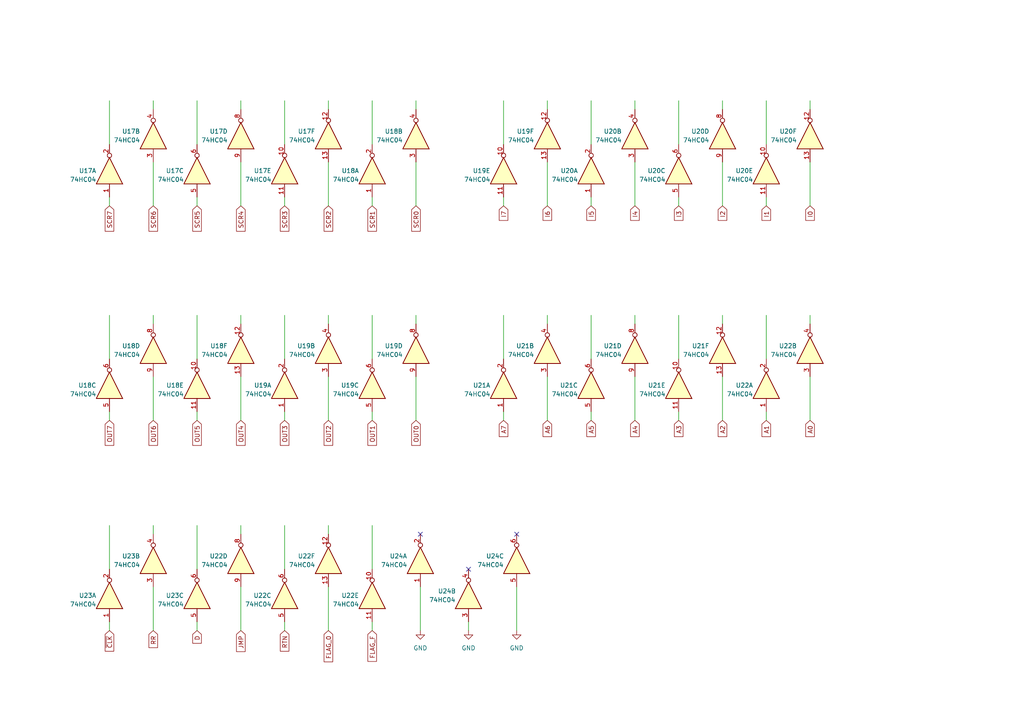
<source format=kicad_sch>
(kicad_sch (version 20230121) (generator eeschema)
  (paper "A4")
  (title_block (title "Uno 14500") (date "2024-02-13") (rev "0.1") (company "By JNP-3R"))
  (lib_symbols
    (symbol "74xx:74HC04"
      (property "Reference" "U" (at 0 1.27 0))
      (property "Value" "74HC04" (at 0 -1.27 0))
      (symbol "74HC04_1_0"
        (polyline (pts (xy -3.81 3.81) (xy -3.81 -3.81) (xy 3.81 0) (xy -3.81 3.81)) (stroke (width 0.254)) (fill (type background)))
        (pin input line (at -7.62 0 0) (length 3.81) (name "~") (number "1"))
        (pin output inverted (at 7.62 0 180) (length 3.81) (name "~") (number "2"))
      )
      (symbol "74HC04_2_0"
        (polyline (pts (xy -3.81 3.81) (xy -3.81 -3.81) (xy 3.81 0) (xy -3.81 3.81)) (stroke (width 0.254)) (fill (type background)))
        (pin input line (at -7.62 0 0) (length 3.81) (name "~") (number "3"))
        (pin output inverted (at 7.62 0 180) (length 3.81) (name "~") (number "4"))
      )
      (symbol "74HC04_3_0"
        (polyline (pts (xy -3.81 3.81) (xy -3.81 -3.81) (xy 3.81 0) (xy -3.81 3.81)) (stroke (width 0.254)) (fill (type background)))
        (pin input line (at -7.62 0 0) (length 3.81) (name "~") (number "5"))
        (pin output inverted (at 7.62 0 180) (length 3.81) (name "~") (number "6"))
      )
      (symbol "74HC04_4_0"
        (polyline (pts (xy -3.81 3.81) (xy -3.81 -3.81) (xy 3.81 0) (xy -3.81 3.81)) (stroke (width 0.254)) (fill (type background)))
        (pin output inverted (at 7.62 0 180) (length 3.81) (name "~") (number "8"))
        (pin input line (at -7.62 0 0) (length 3.81) (name "~") (number "9"))
      )
      (symbol "74HC04_5_0"
        (polyline (pts (xy -3.81 3.81) (xy -3.81 -3.81) (xy 3.81 0) (xy -3.81 3.81)) (stroke (width 0.254)) (fill (type background)))
        (pin output inverted (at 7.62 0 180) (length 3.81) (name "~") (number "10"))
        (pin input line (at -7.62 0 0) (length 3.81) (name "~") (number "11"))
      )
      (symbol "74HC04_6_0"
        (polyline (pts (xy -3.81 3.81) (xy -3.81 -3.81) (xy 3.81 0) (xy -3.81 3.81)) (stroke (width 0.254)) (fill (type background)))
        (pin output inverted (at 7.62 0 180) (length 3.81) (name "~") (number "12"))
        (pin input line (at -7.62 0 0) (length 3.81) (name "~") (number "13"))
      )
      (symbol "74HC04_7_0"
        (pin power_in line (at 0 12.7 270) (length 5.08) (name "VCC") (number "14"))
        (pin power_in line (at 0 -12.7 90) (length 5.08) (name "GND") (number "7"))
      )
      (symbol "74HC04_7_1"
        (rectangle (start -5.08 7.62) (end 5.08 -7.62) (stroke (width 0.254)) (fill (type background)))
      )
    )
    (symbol "power:GND" (power) (pin_names (offset 0))
      (property "Value" "GND" (at 0 -3.81 0))
      (symbol "GND_0_1"
        (polyline (pts (xy 0 0) (xy 0 -1.27) (xy 1.27 -1.27) (xy 0 -2.54) (xy -1.27 -1.27) (xy 0 -1.27)))
      )
      (symbol "GND_1_1"
        (pin power_in line (at 0 0 270) (length 0) hide (name "GND") (number "1"))
      )
    )
  )
  (no_connect (at 121.92 154.94))
  (no_connect (at 135.89 165.1))
  (no_connect (at 149.86 154.94))
  (wire (pts (xy 196.85 119.38) (xy 196.85 121.92)))
  (wire (pts (xy 120.65 109.22) (xy 120.65 121.92)))
  (wire (pts (xy 44.45 29.21) (xy 44.45 31.75)))
  (wire (pts (xy 44.45 152.4) (xy 44.45 154.94)))
  (wire (pts (xy 82.55 91.44) (xy 82.55 104.14)))
  (wire (pts (xy 82.55 180.34) (xy 82.55 182.88)))
  (wire (pts (xy 120.65 46.99) (xy 120.65 59.69)))
  (wire (pts (xy 44.45 91.44) (xy 44.45 93.98)))
  (wire (pts (xy 146.05 57.15) (xy 146.05 59.69)))
  (wire (pts (xy 184.15 29.21) (xy 184.15 31.75)))
  (wire (pts (xy 171.45 119.38) (xy 171.45 121.92)))
  (wire (pts (xy 222.25 119.38) (xy 222.25 121.92)))
  (wire (pts (xy 57.15 119.38) (xy 57.15 121.92)))
  (wire (pts (xy 234.95 91.44) (xy 234.95 93.98)))
  (wire (pts (xy 95.25 109.22) (xy 95.25 121.92)))
  (wire (pts (xy 120.65 29.21) (xy 120.65 31.75)))
  (wire (pts (xy 69.85 46.99) (xy 69.85 59.69)))
  (wire (pts (xy 196.85 91.44) (xy 196.85 104.14)))
  (wire (pts (xy 82.55 57.15) (xy 82.55 59.69)))
  (wire (pts (xy 82.55 119.38) (xy 82.55 121.92)))
  (wire (pts (xy 107.95 152.4) (xy 107.95 165.1)))
  (wire (pts (xy 107.95 91.44) (xy 107.95 104.14)))
  (wire (pts (xy 69.85 91.44) (xy 69.85 93.98)))
  (wire (pts (xy 149.86 170.18) (xy 149.86 182.88)))
  (wire (pts (xy 209.55 91.44) (xy 209.55 93.98)))
  (wire (pts (xy 184.15 91.44) (xy 184.15 93.98)))
  (wire (pts (xy 234.95 29.21) (xy 234.95 31.75)))
  (wire (pts (xy 82.55 152.4) (xy 82.55 165.1)))
  (wire (pts (xy 107.95 180.34) (xy 107.95 182.88)))
  (wire (pts (xy 158.75 29.21) (xy 158.75 31.75)))
  (wire (pts (xy 31.75 119.38) (xy 31.75 121.92)))
  (wire (pts (xy 196.85 29.21) (xy 196.85 41.91)))
  (wire (pts (xy 121.92 170.18) (xy 121.92 182.88)))
  (wire (pts (xy 184.15 109.22) (xy 184.15 121.92)))
  (wire (pts (xy 31.75 91.44) (xy 31.75 104.14)))
  (wire (pts (xy 158.75 91.44) (xy 158.75 93.98)))
  (wire (pts (xy 107.95 29.21) (xy 107.95 41.91)))
  (wire (pts (xy 57.15 152.4) (xy 57.15 165.1)))
  (wire (pts (xy 146.05 91.44) (xy 146.05 104.14)))
  (wire (pts (xy 171.45 29.21) (xy 171.45 41.91)))
  (wire (pts (xy 120.65 91.44) (xy 120.65 93.98)))
  (wire (pts (xy 234.95 46.99) (xy 234.95 59.69)))
  (wire (pts (xy 57.15 91.44) (xy 57.15 104.14)))
  (wire (pts (xy 171.45 91.44) (xy 171.45 104.14)))
  (wire (pts (xy 31.75 57.15) (xy 31.75 59.69)))
  (wire (pts (xy 95.25 152.4) (xy 95.25 154.94)))
  (wire (pts (xy 69.85 29.21) (xy 69.85 31.75)))
  (wire (pts (xy 95.25 170.18) (xy 95.25 182.88)))
  (wire (pts (xy 95.25 46.99) (xy 95.25 59.69)))
  (wire (pts (xy 44.45 109.22) (xy 44.45 121.92)))
  (wire (pts (xy 44.45 170.18) (xy 44.45 182.88)))
  (wire (pts (xy 222.25 29.21) (xy 222.25 41.91)))
  (wire (pts (xy 234.95 109.22) (xy 234.95 121.92)))
  (wire (pts (xy 184.15 46.99) (xy 184.15 59.69)))
  (wire (pts (xy 69.85 152.4) (xy 69.85 154.94)))
  (wire (pts (xy 69.85 170.18) (xy 69.85 182.88)))
  (wire (pts (xy 31.75 180.34) (xy 31.75 182.88)))
  (wire (pts (xy 196.85 57.15) (xy 196.85 59.69)))
  (wire (pts (xy 95.25 91.44) (xy 95.25 93.98)))
  (wire (pts (xy 171.45 57.15) (xy 171.45 59.69)))
  (wire (pts (xy 44.45 46.99) (xy 44.45 59.69)))
  (wire (pts (xy 107.95 119.38) (xy 107.95 121.92)))
  (wire (pts (xy 146.05 119.38) (xy 146.05 121.92)))
  (wire (pts (xy 135.89 180.34) (xy 135.89 182.88)))
  (wire (pts (xy 31.75 152.4) (xy 31.75 165.1)))
  (wire (pts (xy 82.55 29.21) (xy 82.55 41.91)))
  (wire (pts (xy 222.25 57.15) (xy 222.25 59.69)))
  (wire (pts (xy 107.95 57.15) (xy 107.95 59.69)))
  (wire (pts (xy 158.75 109.22) (xy 158.75 121.92)))
  (wire (pts (xy 209.55 109.22) (xy 209.55 121.92)))
  (wire (pts (xy 146.05 29.21) (xy 146.05 41.91)))
  (wire (pts (xy 209.55 46.99) (xy 209.55 59.69)))
  (wire (pts (xy 95.25 29.21) (xy 95.25 31.75)))
  (wire (pts (xy 57.15 57.15) (xy 57.15 59.69)))
  (wire (pts (xy 57.15 29.21) (xy 57.15 41.91)))
  (wire (pts (xy 209.55 29.21) (xy 209.55 31.75)))
  (wire (pts (xy 69.85 109.22) (xy 69.85 121.92)))
  (wire (pts (xy 31.75 29.21) (xy 31.75 41.91)))
  (wire (pts (xy 158.75 46.99) (xy 158.75 59.69)))
  (wire (pts (xy 222.25 91.44) (xy 222.25 104.14)))
  (wire (pts (xy 57.15 180.34) (xy 57.15 182.88)))
  (global_label "I6" (shape input) (at 158.75 59.69 270) (property "Intersheetrefs" "${INTERSHEET_REFS}" (effects hide)))
  (global_label "I3" (shape input) (at 196.85 59.69 270) (property "Intersheetrefs" "${INTERSHEET_REFS}" (effects hide)))
  (global_label "A5" (shape input) (at 171.45 121.92 270) (property "Intersheetrefs" "${INTERSHEET_REFS}" (effects hide)))
  (global_label "A0" (shape input) (at 234.95 121.92 270) (property "Intersheetrefs" "${INTERSHEET_REFS}" (effects hide)))
  (global_label "A7" (shape input) (at 146.05 121.92 270) (property "Intersheetrefs" "${INTERSHEET_REFS}" (effects hide)))
  (global_label "D" (shape input) (at 57.15 182.88 270) (property "Intersheetrefs" "${INTERSHEET_REFS}" (effects hide)))
  (global_label "I5" (shape input) (at 171.45 59.69 270) (property "Intersheetrefs" "${INTERSHEET_REFS}" (effects hide)))
  (global_label "A3" (shape input) (at 196.85 121.92 270) (property "Intersheetrefs" "${INTERSHEET_REFS}" (effects hide)))
  (global_label "SCR7" (shape input) (at 31.75 59.69 270) (property "Intersheetrefs" "${INTERSHEET_REFS}" (effects hide)))
  (global_label "RTN" (shape input) (at 82.55 182.88 270) (property "Intersheetrefs" "${INTERSHEET_REFS}" (effects hide)))
  (global_label "SCR0" (shape input) (at 120.65 59.69 270) (property "Intersheetrefs" "${INTERSHEET_REFS}" (effects hide)))
  (global_label "JMP" (shape input) (at 69.85 182.88 270) (property "Intersheetrefs" "${INTERSHEET_REFS}" (effects hide)))
  (global_label "FLAG_F" (shape input) (at 107.95 182.88 270) (property "Intersheetrefs" "${INTERSHEET_REFS}" (effects hide)))
  (global_label "I0" (shape input) (at 234.95 59.69 270) (property "Intersheetrefs" "${INTERSHEET_REFS}" (effects hide)))
  (global_label "OUT2" (shape input) (at 95.25 121.92 270) (property "Intersheetrefs" "${INTERSHEET_REFS}" (effects hide)))
  (global_label "SCR4" (shape input) (at 69.85 59.69 270) (property "Intersheetrefs" "${INTERSHEET_REFS}" (effects hide)))
  (global_label "A4" (shape input) (at 184.15 121.92 270) (property "Intersheetrefs" "${INTERSHEET_REFS}" (effects hide)))
  (global_label "~{CLK}" (shape input) (at 31.75 182.88 270) (property "Intersheetrefs" "${INTERSHEET_REFS}" (effects hide)))
  (global_label "OUT1" (shape input) (at 107.95 121.92 270) (property "Intersheetrefs" "${INTERSHEET_REFS}" (effects hide)))
  (global_label "OUT5" (shape input) (at 57.15 121.92 270) (property "Intersheetrefs" "${INTERSHEET_REFS}" (effects hide)))
  (global_label "A1" (shape input) (at 222.25 121.92 270) (property "Intersheetrefs" "${INTERSHEET_REFS}" (effects hide)))
  (global_label "OUT3" (shape input) (at 82.55 121.92 270) (property "Intersheetrefs" "${INTERSHEET_REFS}" (effects hide)))
  (global_label "A6" (shape input) (at 158.75 121.92 270) (property "Intersheetrefs" "${INTERSHEET_REFS}" (effects hide)))
  (global_label "RR" (shape input) (at 44.45 182.88 270) (property "Intersheetrefs" "${INTERSHEET_REFS}" (effects hide)))
  (global_label "OUT7" (shape input) (at 31.75 121.92 270) (property "Intersheetrefs" "${INTERSHEET_REFS}" (effects hide)))
  (global_label "A2" (shape input) (at 209.55 121.92 270) (property "Intersheetrefs" "${INTERSHEET_REFS}" (effects hide)))
  (global_label "OUT6" (shape input) (at 44.45 121.92 270) (property "Intersheetrefs" "${INTERSHEET_REFS}" (effects hide)))
  (global_label "SCR1" (shape input) (at 107.95 59.69 270) (property "Intersheetrefs" "${INTERSHEET_REFS}" (effects hide)))
  (global_label "SCR5" (shape input) (at 57.15 59.69 270) (property "Intersheetrefs" "${INTERSHEET_REFS}" (effects hide)))
  (global_label "OUT0" (shape input) (at 120.65 121.92 270) (property "Intersheetrefs" "${INTERSHEET_REFS}" (effects hide)))
  (global_label "OUT4" (shape input) (at 69.85 121.92 270) (property "Intersheetrefs" "${INTERSHEET_REFS}" (effects hide)))
  (global_label "I4" (shape input) (at 184.15 59.69 270) (property "Intersheetrefs" "${INTERSHEET_REFS}" (effects hide)))
  (global_label "I7" (shape input) (at 146.05 59.69 270) (property "Intersheetrefs" "${INTERSHEET_REFS}" (effects hide)))
  (global_label "SCR6" (shape input) (at 44.45 59.69 270) (property "Intersheetrefs" "${INTERSHEET_REFS}" (effects hide)))
  (global_label "I1" (shape input) (at 222.25 59.69 270) (property "Intersheetrefs" "${INTERSHEET_REFS}" (effects hide)))
  (global_label "I2" (shape input) (at 209.55 59.69 270) (property "Intersheetrefs" "${INTERSHEET_REFS}" (effects hide)))
  (global_label "SCR3" (shape input) (at 82.55 59.69 270) (property "Intersheetrefs" "${INTERSHEET_REFS}" (effects hide)))
  (global_label "FLAG_0" (shape input) (at 95.25 182.88 270) (property "Intersheetrefs" "${INTERSHEET_REFS}" (effects hide)))
  (global_label "SCR2" (shape input) (at 95.25 59.69 270) (property "Intersheetrefs" "${INTERSHEET_REFS}" (effects hide)))
  (symbol (lib_id "74xx:74HC04") (at 95.25 101.6 270) (mirror x) (unit 2)
    (property "Reference" "U19" (at 91.44 100.33 90) (effects (justify right)))
    (property "Value" "74HC04" (at 91.44 102.87 90) (effects (justify right)))
    (property "Footprint" "Package_DIP:DIP-14_W7.62mm_Socket_LongPads" (effects hide))
    (property "Datasheet" "https://assets.nexperia.com/documents/data-sheet/74HC_HCT04.pdf" (effects hide))
  )
  (symbol (lib_id "74xx:74HC04") (at 31.75 111.76 270) (mirror x) (unit 3)
    (property "Reference" "U18" (at 27.94 111.76 90) (effects (justify right)))
    (property "Value" "74HC04" (at 27.94 114.3 90) (effects (justify right)))
    (property "Footprint" "Package_DIP:DIP-14_W7.62mm_Socket_LongPads" (effects hide))
    (property "Datasheet" "https://assets.nexperia.com/documents/data-sheet/74HC_HCT04.pdf" (effects hide))
  )
  (symbol (lib_id "74xx:74HC04") (at 69.85 39.37 270) (mirror x) (unit 4)
    (property "Reference" "U17" (at 66.04 38.1 90) (effects (justify right)))
    (property "Value" "74HC04" (at 66.04 40.64 90) (effects (justify right)))
    (property "Footprint" "Package_DIP:DIP-14_W7.62mm_Socket_LongPads" (effects hide))
    (property "Datasheet" "https://assets.nexperia.com/documents/data-sheet/74HC_HCT04.pdf" (effects hide))
  )
  (symbol (lib_id "74xx:74HC04") (at 120.65 101.6 270) (mirror x) (unit 4)
    (property "Reference" "U19" (at 116.84 100.33 90) (effects (justify right)))
    (property "Value" "74HC04" (at 116.84 102.87 90) (effects (justify right)))
    (property "Footprint" "Package_DIP:DIP-14_W7.62mm_Socket_LongPads" (effects hide))
    (property "Datasheet" "https://assets.nexperia.com/documents/data-sheet/74HC_HCT04.pdf" (effects hide))
  )
  (symbol (lib_id "74xx:74HC04") (at 69.85 101.6 270) (mirror x) (unit 6)
    (property "Reference" "U18" (at 66.04 100.33 90) (effects (justify right)))
    (property "Value" "74HC04" (at 66.04 102.87 90) (effects (justify right)))
    (property "Footprint" "Package_DIP:DIP-14_W7.62mm_Socket_LongPads" (effects hide))
    (property "Datasheet" "https://assets.nexperia.com/documents/data-sheet/74HC_HCT04.pdf" (effects hide))
  )
  (symbol (lib_id "74xx:74HC04") (at 95.25 162.56 270) (mirror x) (unit 6)
    (property "Reference" "U22" (at 91.44 161.29 90) (effects (justify right)))
    (property "Value" "74HC04" (at 91.44 163.83 90) (effects (justify right)))
    (property "Footprint" "Package_DIP:DIP-14_W7.62mm_Socket_LongPads" (effects hide))
    (property "Datasheet" "https://assets.nexperia.com/documents/data-sheet/74HC_HCT04.pdf" (effects hide))
  )
  (symbol (lib_id "74xx:74HC04") (at 107.95 111.76 270) (mirror x) (unit 3)
    (property "Reference" "U19" (at 104.14 111.76 90) (effects (justify right)))
    (property "Value" "74HC04" (at 104.14 114.3 90) (effects (justify right)))
    (property "Footprint" "Package_DIP:DIP-14_W7.62mm_Socket_LongPads" (effects hide))
    (property "Datasheet" "https://assets.nexperia.com/documents/data-sheet/74HC_HCT04.pdf" (effects hide))
  )
  (symbol (lib_id "power:GND") (at 121.92 182.88 0) (unit 1)
    (property "Reference" "#PWR073" (effects hide))
    (property "Value" "GND" (at 121.92 187.96 0))
  )
  (symbol (lib_id "74xx:74HC04") (at 31.75 49.53 270) (mirror x) (unit 1)
    (property "Reference" "U17" (at 27.94 49.53 90) (effects (justify right)))
    (property "Value" "74HC04" (at 27.94 52.07 90) (effects (justify right)))
    (property "Footprint" "Package_DIP:DIP-14_W7.62mm_Socket_LongPads" (effects hide))
    (property "Datasheet" "https://assets.nexperia.com/documents/data-sheet/74HC_HCT04.pdf" (effects hide))
  )
  (symbol (lib_id "74xx:74HC04") (at 149.86 162.56 270) (mirror x) (unit 3)
    (property "Reference" "U24" (at 140.97 161.29 90) (effects (justify left)))
    (property "Value" "74HC04" (at 138.43 163.83 90) (effects (justify left)))
    (property "Datasheet" "https://assets.nexperia.com/documents/data-sheet/74HC_HCT04.pdf" (effects hide))
  )
  (symbol (lib_id "74xx:74HC04") (at 184.15 39.37 270) (mirror x) (unit 2)
    (property "Reference" "U20" (at 180.34 38.1 90) (effects (justify right)))
    (property "Value" "74HC04" (at 180.34 40.64 90) (effects (justify right)))
    (property "Footprint" "Package_DIP:DIP-14_W7.62mm_Socket_LongPads" (effects hide))
    (property "Datasheet" "https://assets.nexperia.com/documents/data-sheet/74HC_HCT04.pdf" (effects hide))
  )
  (symbol (lib_id "74xx:74HC04") (at 57.15 49.53 270) (mirror x) (unit 3)
    (property "Reference" "U17" (at 53.34 49.53 90) (effects (justify right)))
    (property "Value" "74HC04" (at 53.34 52.07 90) (effects (justify right)))
    (property "Footprint" "Package_DIP:DIP-14_W7.62mm_Socket_LongPads" (effects hide))
    (property "Datasheet" "https://assets.nexperia.com/documents/data-sheet/74HC_HCT04.pdf" (effects hide))
  )
  (symbol (lib_id "74xx:74HC04") (at 171.45 49.53 270) (mirror x) (unit 1)
    (property "Reference" "U20" (at 167.64 49.53 90) (effects (justify right)))
    (property "Value" "74HC04" (at 167.64 52.07 90) (effects (justify right)))
    (property "Footprint" "Package_DIP:DIP-14_W7.62mm_Socket_LongPads" (effects hide))
    (property "Datasheet" "https://assets.nexperia.com/documents/data-sheet/74HC_HCT04.pdf" (effects hide))
  )
  (symbol (lib_id "74xx:74HC04") (at 44.45 101.6 270) (mirror x) (unit 4)
    (property "Reference" "U18" (at 40.64 100.33 90) (effects (justify right)))
    (property "Value" "74HC04" (at 40.64 102.87 90) (effects (justify right)))
    (property "Footprint" "Package_DIP:DIP-14_W7.62mm_Socket_LongPads" (effects hide))
    (property "Datasheet" "https://assets.nexperia.com/documents/data-sheet/74HC_HCT04.pdf" (effects hide))
  )
  (symbol (lib_id "74xx:74HC04") (at 69.85 162.56 270) (mirror x) (unit 4)
    (property "Reference" "U22" (at 66.04 161.29 90) (effects (justify right)))
    (property "Value" "74HC04" (at 66.04 163.83 90) (effects (justify right)))
    (property "Footprint" "Package_DIP:DIP-14_W7.62mm_Socket_LongPads" (effects hide))
    (property "Datasheet" "https://assets.nexperia.com/documents/data-sheet/74HC_HCT04.pdf" (effects hide))
  )
  (symbol (lib_id "74xx:74HC04") (at 196.85 111.76 270) (mirror x) (unit 5)
    (property "Reference" "U21" (at 193.04 111.76 90) (effects (justify right)))
    (property "Value" "74HC04" (at 193.04 114.3 90) (effects (justify right)))
    (property "Footprint" "Package_DIP:DIP-14_W7.62mm_Socket_LongPads" (effects hide))
    (property "Datasheet" "https://assets.nexperia.com/documents/data-sheet/74HC_HCT04.pdf" (effects hide))
  )
  (symbol (lib_id "74xx:74HC04") (at 120.65 39.37 270) (mirror x) (unit 2)
    (property "Reference" "U18" (at 116.84 38.1 90) (effects (justify right)))
    (property "Value" "74HC04" (at 116.84 40.64 90) (effects (justify right)))
    (property "Footprint" "Package_DIP:DIP-14_W7.62mm_Socket_LongPads" (effects hide))
    (property "Datasheet" "https://assets.nexperia.com/documents/data-sheet/74HC_HCT04.pdf" (effects hide))
  )
  (symbol (lib_id "74xx:74HC04") (at 135.89 172.72 90) (unit 2)
    (property "Reference" "U24" (at 127 171.45 90) (effects (justify right)))
    (property "Value" "74HC04" (at 124.46 173.99 90) (effects (justify right)))
    (property "Datasheet" "https://assets.nexperia.com/documents/data-sheet/74HC_HCT04.pdf" (effects hide))
  )
  (symbol (lib_id "74xx:74HC04") (at 57.15 172.72 270) (mirror x) (unit 3)
    (property "Reference" "U23" (at 53.34 172.72 90) (effects (justify right)))
    (property "Value" "74HC04" (at 53.34 175.26 90) (effects (justify right)))
    (property "Footprint" "Package_DIP:DIP-14_W7.62mm_Socket_LongPads" (effects hide))
    (property "Datasheet" "https://assets.nexperia.com/documents/data-sheet/74HC_HCT04.pdf" (effects hide))
  )
  (symbol (lib_id "74xx:74HC04") (at 82.55 49.53 270) (mirror x) (unit 5)
    (property "Reference" "U17" (at 78.74 49.53 90) (effects (justify right)))
    (property "Value" "74HC04" (at 78.74 52.07 90) (effects (justify right)))
    (property "Footprint" "Package_DIP:DIP-14_W7.62mm_Socket_LongPads" (effects hide))
    (property "Datasheet" "https://assets.nexperia.com/documents/data-sheet/74HC_HCT04.pdf" (effects hide))
  )
  (symbol (lib_id "74xx:74HC04") (at 44.45 162.56 270) (mirror x) (unit 2)
    (property "Reference" "U23" (at 40.64 161.29 90) (effects (justify right)))
    (property "Value" "74HC04" (at 40.64 163.83 90) (effects (justify right)))
    (property "Footprint" "Package_DIP:DIP-14_W7.62mm_Socket_LongPads" (effects hide))
    (property "Datasheet" "https://assets.nexperia.com/documents/data-sheet/74HC_HCT04.pdf" (effects hide))
  )
  (symbol (lib_id "74xx:74HC04") (at 57.15 111.76 270) (mirror x) (unit 5)
    (property "Reference" "U18" (at 53.34 111.76 90) (effects (justify right)))
    (property "Value" "74HC04" (at 53.34 114.3 90) (effects (justify right)))
    (property "Footprint" "Package_DIP:DIP-14_W7.62mm_Socket_LongPads" (effects hide))
    (property "Datasheet" "https://assets.nexperia.com/documents/data-sheet/74HC_HCT04.pdf" (effects hide))
  )
  (symbol (lib_id "74xx:74HC04") (at 82.55 172.72 270) (mirror x) (unit 3)
    (property "Reference" "U22" (at 78.74 172.72 90) (effects (justify right)))
    (property "Value" "74HC04" (at 78.74 175.26 90) (effects (justify right)))
    (property "Footprint" "Package_DIP:DIP-14_W7.62mm_Socket_LongPads" (effects hide))
    (property "Datasheet" "https://assets.nexperia.com/documents/data-sheet/74HC_HCT04.pdf" (effects hide))
  )
  (symbol (lib_id "74xx:74HC04") (at 107.95 49.53 270) (mirror x) (unit 1)
    (property "Reference" "U18" (at 104.14 49.53 90) (effects (justify right)))
    (property "Value" "74HC04" (at 104.14 52.07 90) (effects (justify right)))
    (property "Footprint" "Package_DIP:DIP-14_W7.62mm_Socket_LongPads" (effects hide))
    (property "Datasheet" "https://assets.nexperia.com/documents/data-sheet/74HC_HCT04.pdf" (effects hide))
  )
  (symbol (lib_id "power:GND") (at 149.86 182.88 0) (unit 1)
    (property "Reference" "#PWR075" (effects hide))
    (property "Value" "GND" (at 149.86 187.96 0))
  )
  (symbol (lib_id "74xx:74HC04") (at 146.05 49.53 270) (mirror x) (unit 5)
    (property "Reference" "U19" (at 142.24 49.53 90) (effects (justify right)))
    (property "Value" "74HC04" (at 142.24 52.07 90) (effects (justify right)))
    (property "Footprint" "Package_DIP:DIP-14_W7.62mm_Socket_LongPads" (effects hide))
    (property "Datasheet" "https://assets.nexperia.com/documents/data-sheet/74HC_HCT04.pdf" (effects hide))
  )
  (symbol (lib_id "74xx:74HC04") (at 196.85 49.53 270) (mirror x) (unit 3)
    (property "Reference" "U20" (at 193.04 49.53 90) (effects (justify right)))
    (property "Value" "74HC04" (at 193.04 52.07 90) (effects (justify right)))
    (property "Footprint" "Package_DIP:DIP-14_W7.62mm_Socket_LongPads" (effects hide))
    (property "Datasheet" "https://assets.nexperia.com/documents/data-sheet/74HC_HCT04.pdf" (effects hide))
  )
  (symbol (lib_id "power:GND") (at 135.89 182.88 0) (unit 1)
    (property "Reference" "#PWR074" (effects hide))
    (property "Value" "GND" (at 135.89 187.96 0))
  )
  (symbol (lib_id "74xx:74HC04") (at 31.75 172.72 270) (mirror x) (unit 1)
    (property "Reference" "U23" (at 27.94 172.72 90) (effects (justify right)))
    (property "Value" "74HC04" (at 27.94 175.26 90) (effects (justify right)))
    (property "Footprint" "Package_DIP:DIP-14_W7.62mm_Socket_LongPads" (effects hide))
    (property "Datasheet" "https://assets.nexperia.com/documents/data-sheet/74HC_HCT04.pdf" (effects hide))
  )
  (symbol (lib_id "74xx:74HC04") (at 171.45 111.76 270) (mirror x) (unit 3)
    (property "Reference" "U21" (at 167.64 111.76 90) (effects (justify right)))
    (property "Value" "74HC04" (at 167.64 114.3 90) (effects (justify right)))
    (property "Footprint" "Package_DIP:DIP-14_W7.62mm_Socket_LongPads" (effects hide))
    (property "Datasheet" "https://assets.nexperia.com/documents/data-sheet/74HC_HCT04.pdf" (effects hide))
  )
  (symbol (lib_id "74xx:74HC04") (at 234.95 39.37 270) (mirror x) (unit 6)
    (property "Reference" "U20" (at 231.14 38.1 90) (effects (justify right)))
    (property "Value" "74HC04" (at 231.14 40.64 90) (effects (justify right)))
    (property "Footprint" "Package_DIP:DIP-14_W7.62mm_Socket_LongPads" (effects hide))
    (property "Datasheet" "https://assets.nexperia.com/documents/data-sheet/74HC_HCT04.pdf" (effects hide))
  )
  (symbol (lib_id "74xx:74HC04") (at 44.45 39.37 270) (mirror x) (unit 2)
    (property "Reference" "U17" (at 40.64 38.1 90) (effects (justify right)))
    (property "Value" "74HC04" (at 40.64 40.64 90) (effects (justify right)))
    (property "Footprint" "Package_DIP:DIP-14_W7.62mm_Socket_LongPads" (effects hide))
    (property "Datasheet" "https://assets.nexperia.com/documents/data-sheet/74HC_HCT04.pdf" (effects hide))
  )
  (symbol (lib_id "74xx:74HC04") (at 222.25 111.76 270) (mirror x) (unit 1)
    (property "Reference" "U22" (at 218.44 111.76 90) (effects (justify right)))
    (property "Value" "74HC04" (at 218.44 114.3 90) (effects (justify right)))
    (property "Footprint" "Package_DIP:DIP-14_W7.62mm_Socket_LongPads" (effects hide))
    (property "Datasheet" "https://assets.nexperia.com/documents/data-sheet/74HC_HCT04.pdf" (effects hide))
  )
  (symbol (lib_id "74xx:74HC04") (at 184.15 101.6 270) (mirror x) (unit 4)
    (property "Reference" "U21" (at 180.34 100.33 90) (effects (justify right)))
    (property "Value" "74HC04" (at 180.34 102.87 90) (effects (justify right)))
    (property "Footprint" "Package_DIP:DIP-14_W7.62mm_Socket_LongPads" (effects hide))
    (property "Datasheet" "https://assets.nexperia.com/documents/data-sheet/74HC_HCT04.pdf" (effects hide))
  )
  (symbol (lib_id "74xx:74HC04") (at 95.25 39.37 270) (mirror x) (unit 6)
    (property "Reference" "U17" (at 91.44 38.1 90) (effects (justify right)))
    (property "Value" "74HC04" (at 91.44 40.64 90) (effects (justify right)))
    (property "Footprint" "Package_DIP:DIP-14_W7.62mm_Socket_LongPads" (effects hide))
    (property "Datasheet" "https://assets.nexperia.com/documents/data-sheet/74HC_HCT04.pdf" (effects hide))
  )
  (symbol (lib_id "74xx:74HC04") (at 82.55 111.76 270) (mirror x) (unit 1)
    (property "Reference" "U19" (at 78.74 111.76 90) (effects (justify right)))
    (property "Value" "74HC04" (at 78.74 114.3 90) (effects (justify right)))
    (property "Footprint" "Package_DIP:DIP-14_W7.62mm_Socket_LongPads" (effects hide))
    (property "Datasheet" "https://assets.nexperia.com/documents/data-sheet/74HC_HCT04.pdf" (effects hide))
  )
  (symbol (lib_id "74xx:74HC04") (at 158.75 39.37 270) (mirror x) (unit 6)
    (property "Reference" "U19" (at 154.94 38.1 90) (effects (justify right)))
    (property "Value" "74HC04" (at 154.94 40.64 90) (effects (justify right)))
    (property "Footprint" "Package_DIP:DIP-14_W7.62mm_Socket_LongPads" (effects hide))
    (property "Datasheet" "https://assets.nexperia.com/documents/data-sheet/74HC_HCT04.pdf" (effects hide))
  )
  (symbol (lib_id "74xx:74HC04") (at 234.95 101.6 270) (mirror x) (unit 2)
    (property "Reference" "U22" (at 231.14 100.33 90) (effects (justify right)))
    (property "Value" "74HC04" (at 231.14 102.87 90) (effects (justify right)))
    (property "Footprint" "Package_DIP:DIP-14_W7.62mm_Socket_LongPads" (effects hide))
    (property "Datasheet" "https://assets.nexperia.com/documents/data-sheet/74HC_HCT04.pdf" (effects hide))
  )
  (symbol (lib_id "74xx:74HC04") (at 121.92 162.56 270) (mirror x) (unit 1)
    (property "Reference" "U24" (at 113.03 161.29 90) (effects (justify left)))
    (property "Value" "74HC04" (at 110.49 163.83 90) (effects (justify left)))
    (property "Datasheet" "https://assets.nexperia.com/documents/data-sheet/74HC_HCT04.pdf" (effects hide))
  )
  (symbol (lib_id "74xx:74HC04") (at 107.95 172.72 270) (mirror x) (unit 5)
    (property "Reference" "U22" (at 104.14 172.72 90) (effects (justify right)))
    (property "Value" "74HC04" (at 104.14 175.26 90) (effects (justify right)))
    (property "Footprint" "Package_DIP:DIP-14_W7.62mm_Socket_LongPads" (effects hide))
    (property "Datasheet" "https://assets.nexperia.com/documents/data-sheet/74HC_HCT04.pdf" (effects hide))
  )
  (symbol (lib_id "74xx:74HC04") (at 158.75 101.6 270) (mirror x) (unit 2)
    (property "Reference" "U21" (at 154.94 100.33 90) (effects (justify right)))
    (property "Value" "74HC04" (at 154.94 102.87 90) (effects (justify right)))
    (property "Footprint" "Package_DIP:DIP-14_W7.62mm_Socket_LongPads" (effects hide))
    (property "Datasheet" "https://assets.nexperia.com/documents/data-sheet/74HC_HCT04.pdf" (effects hide))
  )
  (symbol (lib_id "74xx:74HC04") (at 209.55 39.37 270) (mirror x) (unit 4)
    (property "Reference" "U20" (at 205.74 38.1 90) (effects (justify right)))
    (property "Value" "74HC04" (at 205.74 40.64 90) (effects (justify right)))
    (property "Footprint" "Package_DIP:DIP-14_W7.62mm_Socket_LongPads" (effects hide))
    (property "Datasheet" "https://assets.nexperia.com/documents/data-sheet/74HC_HCT04.pdf" (effects hide))
  )
  (symbol (lib_id "74xx:74HC04") (at 222.25 49.53 270) (mirror x) (unit 5)
    (property "Reference" "U20" (at 218.44 49.53 90) (effects (justify right)))
    (property "Value" "74HC04" (at 218.44 52.07 90) (effects (justify right)))
    (property "Footprint" "Package_DIP:DIP-14_W7.62mm_Socket_LongPads" (effects hide))
    (property "Datasheet" "https://assets.nexperia.com/documents/data-sheet/74HC_HCT04.pdf" (effects hide))
  )
  (symbol (lib_id "74xx:74HC04") (at 146.05 111.76 270) (mirror x) (unit 1)
    (property "Reference" "U21" (at 142.24 111.76 90) (effects (justify right)))
    (property "Value" "74HC04" (at 142.24 114.3 90) (effects (justify right)))
    (property "Footprint" "Package_DIP:DIP-14_W7.62mm_Socket_LongPads" (effects hide))
    (property "Datasheet" "https://assets.nexperia.com/documents/data-sheet/74HC_HCT04.pdf" (effects hide))
  )
  (symbol (lib_id "74xx:74HC04") (at 209.55 101.6 270) (mirror x) (unit 6)
    (property "Reference" "U21" (at 205.74 100.33 90) (effects (justify right)))
    (property "Value" "74HC04" (at 205.74 102.87 90) (effects (justify right)))
    (property "Footprint" "Package_DIP:DIP-14_W7.62mm_Socket_LongPads" (effects hide))
    (property "Datasheet" "https://assets.nexperia.com/documents/data-sheet/74HC_HCT04.pdf" (effects hide))
  )
)
</source>
